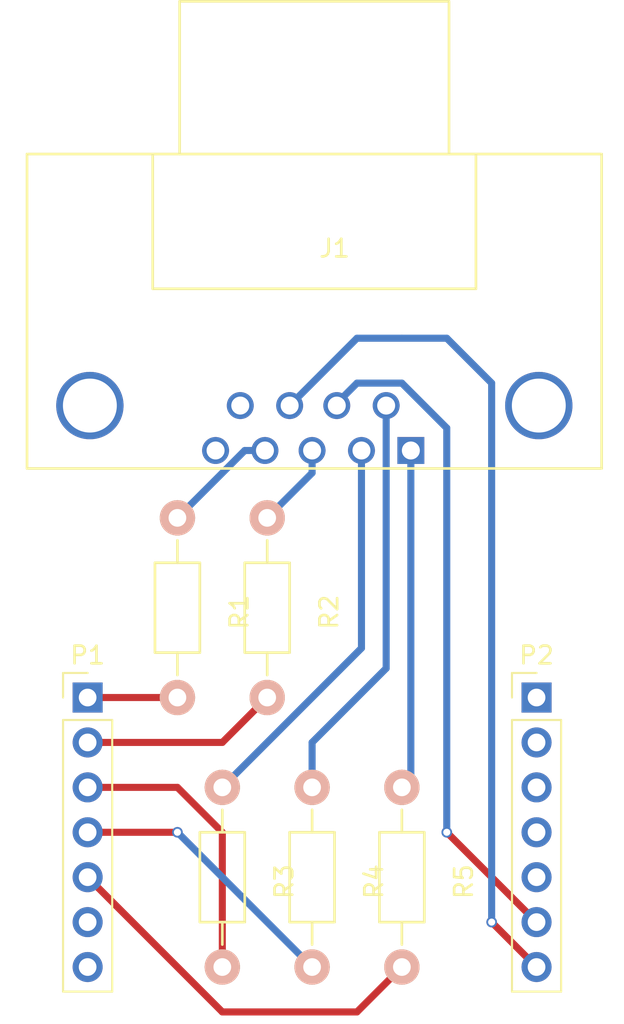
<source format=kicad_pcb>
(kicad_pcb (version 4) (host pcbnew 4.0.4-stable)

  (general
    (links 12)
    (no_connects 0)
    (area 119.426667 64.494999 154.893334 122.845)
    (thickness 1.6)
    (drawings 0)
    (tracks 37)
    (zones 0)
    (modules 8)
    (nets 22)
  )

  (page A4)
  (layers
    (0 F.Cu signal)
    (31 B.Cu signal)
    (32 B.Adhes user)
    (33 F.Adhes user)
    (34 B.Paste user)
    (35 F.Paste user)
    (36 B.SilkS user)
    (37 F.SilkS user)
    (38 B.Mask user)
    (39 F.Mask user)
    (40 Dwgs.User user)
    (41 Cmts.User user)
    (42 Eco1.User user)
    (43 Eco2.User user)
    (44 Edge.Cuts user)
    (45 Margin user)
    (46 B.CrtYd user)
    (47 F.CrtYd user)
    (48 B.Fab user)
    (49 F.Fab user)
  )

  (setup
    (last_trace_width 0.4)
    (trace_clearance 0.2)
    (zone_clearance 0.508)
    (zone_45_only no)
    (trace_min 0.2)
    (segment_width 0.2)
    (edge_width 0.15)
    (via_size 0.6)
    (via_drill 0.4)
    (via_min_size 0.4)
    (via_min_drill 0.3)
    (uvia_size 0.3)
    (uvia_drill 0.1)
    (uvias_allowed no)
    (uvia_min_size 0.2)
    (uvia_min_drill 0.1)
    (pcb_text_width 0.3)
    (pcb_text_size 1.5 1.5)
    (mod_edge_width 0.15)
    (mod_text_size 1 1)
    (mod_text_width 0.15)
    (pad_size 1.524 1.524)
    (pad_drill 0.762)
    (pad_to_mask_clearance 0.2)
    (aux_axis_origin 0 0)
    (visible_elements 7FFFFFFF)
    (pcbplotparams
      (layerselection 0x00030_80000001)
      (usegerberextensions false)
      (excludeedgelayer true)
      (linewidth 0.100000)
      (plotframeref false)
      (viasonmask false)
      (mode 1)
      (useauxorigin false)
      (hpglpennumber 1)
      (hpglpenspeed 20)
      (hpglpendiameter 15)
      (hpglpenoverlay 2)
      (psnegative false)
      (psa4output false)
      (plotreference true)
      (plotvalue true)
      (plotinvisibletext false)
      (padsonsilk false)
      (subtractmaskfromsilk false)
      (outputformat 1)
      (mirror false)
      (drillshape 1)
      (scaleselection 1)
      (outputdirectory ""))
  )

  (net 0 "")
  (net 1 "Net-(J1-Pad1)")
  (net 2 "Net-(J1-Pad2)")
  (net 3 "Net-(J1-Pad3)")
  (net 4 "Net-(J1-Pad4)")
  (net 5 "Net-(J1-Pad5)")
  (net 6 "Net-(J1-Pad9)")
  (net 7 "Net-(J1-Pad8)")
  (net 8 "Net-(J1-Pad7)")
  (net 9 "Net-(J1-Pad6)")
  (net 10 "Net-(P1-Pad1)")
  (net 11 "Net-(P1-Pad2)")
  (net 12 "Net-(P1-Pad3)")
  (net 13 "Net-(P1-Pad4)")
  (net 14 "Net-(P1-Pad5)")
  (net 15 "Net-(P1-Pad6)")
  (net 16 "Net-(P1-Pad7)")
  (net 17 "Net-(P2-Pad1)")
  (net 18 "Net-(P2-Pad2)")
  (net 19 "Net-(P2-Pad3)")
  (net 20 "Net-(P2-Pad4)")
  (net 21 "Net-(P2-Pad5)")

  (net_class Default "Dies ist die voreingestellte Netzklasse."
    (clearance 0.2)
    (trace_width 0.4)
    (via_dia 0.6)
    (via_drill 0.4)
    (uvia_dia 0.3)
    (uvia_drill 0.1)
    (add_net "Net-(J1-Pad1)")
    (add_net "Net-(J1-Pad2)")
    (add_net "Net-(J1-Pad3)")
    (add_net "Net-(J1-Pad4)")
    (add_net "Net-(J1-Pad5)")
    (add_net "Net-(J1-Pad6)")
    (add_net "Net-(J1-Pad7)")
    (add_net "Net-(J1-Pad8)")
    (add_net "Net-(J1-Pad9)")
    (add_net "Net-(P1-Pad1)")
    (add_net "Net-(P1-Pad2)")
    (add_net "Net-(P1-Pad3)")
    (add_net "Net-(P1-Pad4)")
    (add_net "Net-(P1-Pad5)")
    (add_net "Net-(P1-Pad6)")
    (add_net "Net-(P1-Pad7)")
    (add_net "Net-(P2-Pad1)")
    (add_net "Net-(P2-Pad2)")
    (add_net "Net-(P2-Pad3)")
    (add_net "Net-(P2-Pad4)")
    (add_net "Net-(P2-Pad5)")
  )

  (module Connectors:DB9MC (layer F.Cu) (tedit 0) (tstamp 5884C85C)
    (at 137.16 88.9)
    (descr "Connecteur DB9 male couche")
    (tags "CONN DB9")
    (path /58839E87)
    (fp_text reference J1 (at 1.27 -10.16) (layer F.SilkS)
      (effects (font (size 1 1) (thickness 0.15)))
    )
    (fp_text value DB9 (at 1.27 -3.81) (layer F.Fab)
      (effects (font (size 1 1) (thickness 0.15)))
    )
    (fp_line (start -16.129 2.286) (end 16.383 2.286) (layer F.SilkS) (width 0.15))
    (fp_line (start 16.383 2.286) (end 16.383 -15.494) (layer F.SilkS) (width 0.15))
    (fp_line (start 16.383 -15.494) (end -16.129 -15.494) (layer F.SilkS) (width 0.15))
    (fp_line (start -16.129 -15.494) (end -16.129 2.286) (layer F.SilkS) (width 0.15))
    (fp_line (start -9.017 -15.494) (end -9.017 -7.874) (layer F.SilkS) (width 0.15))
    (fp_line (start -9.017 -7.874) (end 9.271 -7.874) (layer F.SilkS) (width 0.15))
    (fp_line (start 9.271 -7.874) (end 9.271 -15.494) (layer F.SilkS) (width 0.15))
    (fp_line (start -7.493 -15.494) (end -7.493 -24.13) (layer F.SilkS) (width 0.15))
    (fp_line (start -7.493 -24.13) (end 7.747 -24.13) (layer F.SilkS) (width 0.15))
    (fp_line (start 7.747 -24.13) (end 7.747 -15.494) (layer F.SilkS) (width 0.15))
    (pad "" thru_hole circle (at 12.827 -1.27) (size 3.81 3.81) (drill 3.048) (layers *.Cu *.Mask))
    (pad "" thru_hole circle (at -12.573 -1.27) (size 3.81 3.81) (drill 3.048) (layers *.Cu *.Mask))
    (pad 1 thru_hole rect (at 5.588 1.27) (size 1.524 1.524) (drill 1.016) (layers *.Cu *.Mask)
      (net 1 "Net-(J1-Pad1)"))
    (pad 2 thru_hole circle (at 2.794 1.27) (size 1.524 1.524) (drill 1.016) (layers *.Cu *.Mask)
      (net 2 "Net-(J1-Pad2)"))
    (pad 3 thru_hole circle (at 0 1.27) (size 1.524 1.524) (drill 1.016) (layers *.Cu *.Mask)
      (net 3 "Net-(J1-Pad3)"))
    (pad 4 thru_hole circle (at -2.667 1.27) (size 1.524 1.524) (drill 1.016) (layers *.Cu *.Mask)
      (net 4 "Net-(J1-Pad4)"))
    (pad 5 thru_hole circle (at -5.461 1.27) (size 1.524 1.524) (drill 1.016) (layers *.Cu *.Mask)
      (net 5 "Net-(J1-Pad5)"))
    (pad 9 thru_hole circle (at -4.064 -1.27) (size 1.524 1.524) (drill 1.016) (layers *.Cu *.Mask)
      (net 6 "Net-(J1-Pad9)"))
    (pad 8 thru_hole circle (at -1.27 -1.27) (size 1.524 1.524) (drill 1.016) (layers *.Cu *.Mask)
      (net 7 "Net-(J1-Pad8)"))
    (pad 7 thru_hole circle (at 1.397 -1.27) (size 1.524 1.524) (drill 1.016) (layers *.Cu *.Mask)
      (net 8 "Net-(J1-Pad7)"))
    (pad 6 thru_hole circle (at 4.191 -1.27) (size 1.524 1.524) (drill 1.016) (layers *.Cu *.Mask)
      (net 9 "Net-(J1-Pad6)"))
    (model Connect.3dshapes/DB9MC.wrl
      (at (xyz 0 0 0))
      (scale (xyz 1 1 1))
      (rotate (xyz 0 0 0))
    )
  )

  (module Pin_Headers:Pin_Header_Straight_1x07_Pitch2.54mm (layer F.Cu) (tedit 5862ED52) (tstamp 5884C875)
    (at 124.46 104.14)
    (descr "Through hole straight pin header, 1x07, 2.54mm pitch, single row")
    (tags "Through hole pin header THT 1x07 2.54mm single row")
    (path /5883A130)
    (fp_text reference P1 (at 0 -2.39) (layer F.SilkS)
      (effects (font (size 1 1) (thickness 0.15)))
    )
    (fp_text value CONN_01X07 (at 0 17.63) (layer F.Fab)
      (effects (font (size 1 1) (thickness 0.15)))
    )
    (fp_line (start -1.27 -1.27) (end -1.27 16.51) (layer F.Fab) (width 0.1))
    (fp_line (start -1.27 16.51) (end 1.27 16.51) (layer F.Fab) (width 0.1))
    (fp_line (start 1.27 16.51) (end 1.27 -1.27) (layer F.Fab) (width 0.1))
    (fp_line (start 1.27 -1.27) (end -1.27 -1.27) (layer F.Fab) (width 0.1))
    (fp_line (start -1.39 1.27) (end -1.39 16.63) (layer F.SilkS) (width 0.12))
    (fp_line (start -1.39 16.63) (end 1.39 16.63) (layer F.SilkS) (width 0.12))
    (fp_line (start 1.39 16.63) (end 1.39 1.27) (layer F.SilkS) (width 0.12))
    (fp_line (start 1.39 1.27) (end -1.39 1.27) (layer F.SilkS) (width 0.12))
    (fp_line (start -1.39 0) (end -1.39 -1.39) (layer F.SilkS) (width 0.12))
    (fp_line (start -1.39 -1.39) (end 0 -1.39) (layer F.SilkS) (width 0.12))
    (fp_line (start -1.6 -1.6) (end -1.6 16.8) (layer F.CrtYd) (width 0.05))
    (fp_line (start -1.6 16.8) (end 1.6 16.8) (layer F.CrtYd) (width 0.05))
    (fp_line (start 1.6 16.8) (end 1.6 -1.6) (layer F.CrtYd) (width 0.05))
    (fp_line (start 1.6 -1.6) (end -1.6 -1.6) (layer F.CrtYd) (width 0.05))
    (pad 1 thru_hole rect (at 0 0) (size 1.7 1.7) (drill 1) (layers *.Cu *.Mask)
      (net 10 "Net-(P1-Pad1)"))
    (pad 2 thru_hole oval (at 0 2.54) (size 1.7 1.7) (drill 1) (layers *.Cu *.Mask)
      (net 11 "Net-(P1-Pad2)"))
    (pad 3 thru_hole oval (at 0 5.08) (size 1.7 1.7) (drill 1) (layers *.Cu *.Mask)
      (net 12 "Net-(P1-Pad3)"))
    (pad 4 thru_hole oval (at 0 7.62) (size 1.7 1.7) (drill 1) (layers *.Cu *.Mask)
      (net 13 "Net-(P1-Pad4)"))
    (pad 5 thru_hole oval (at 0 10.16) (size 1.7 1.7) (drill 1) (layers *.Cu *.Mask)
      (net 14 "Net-(P1-Pad5)"))
    (pad 6 thru_hole oval (at 0 12.7) (size 1.7 1.7) (drill 1) (layers *.Cu *.Mask)
      (net 15 "Net-(P1-Pad6)"))
    (pad 7 thru_hole oval (at 0 15.24) (size 1.7 1.7) (drill 1) (layers *.Cu *.Mask)
      (net 16 "Net-(P1-Pad7)"))
    (model Pin_Headers.3dshapes/Pin_Header_Straight_1x07_Pitch2.54mm.wrl
      (at (xyz 0 -0.3 0))
      (scale (xyz 1 1 1))
      (rotate (xyz 0 0 90))
    )
  )

  (module Pin_Headers:Pin_Header_Straight_1x07_Pitch2.54mm (layer F.Cu) (tedit 5862ED52) (tstamp 5884C88E)
    (at 149.86 104.14)
    (descr "Through hole straight pin header, 1x07, 2.54mm pitch, single row")
    (tags "Through hole pin header THT 1x07 2.54mm single row")
    (path /5883A0EA)
    (fp_text reference P2 (at 0 -2.39) (layer F.SilkS)
      (effects (font (size 1 1) (thickness 0.15)))
    )
    (fp_text value CONN_01X07 (at 0 17.63) (layer F.Fab)
      (effects (font (size 1 1) (thickness 0.15)))
    )
    (fp_line (start -1.27 -1.27) (end -1.27 16.51) (layer F.Fab) (width 0.1))
    (fp_line (start -1.27 16.51) (end 1.27 16.51) (layer F.Fab) (width 0.1))
    (fp_line (start 1.27 16.51) (end 1.27 -1.27) (layer F.Fab) (width 0.1))
    (fp_line (start 1.27 -1.27) (end -1.27 -1.27) (layer F.Fab) (width 0.1))
    (fp_line (start -1.39 1.27) (end -1.39 16.63) (layer F.SilkS) (width 0.12))
    (fp_line (start -1.39 16.63) (end 1.39 16.63) (layer F.SilkS) (width 0.12))
    (fp_line (start 1.39 16.63) (end 1.39 1.27) (layer F.SilkS) (width 0.12))
    (fp_line (start 1.39 1.27) (end -1.39 1.27) (layer F.SilkS) (width 0.12))
    (fp_line (start -1.39 0) (end -1.39 -1.39) (layer F.SilkS) (width 0.12))
    (fp_line (start -1.39 -1.39) (end 0 -1.39) (layer F.SilkS) (width 0.12))
    (fp_line (start -1.6 -1.6) (end -1.6 16.8) (layer F.CrtYd) (width 0.05))
    (fp_line (start -1.6 16.8) (end 1.6 16.8) (layer F.CrtYd) (width 0.05))
    (fp_line (start 1.6 16.8) (end 1.6 -1.6) (layer F.CrtYd) (width 0.05))
    (fp_line (start 1.6 -1.6) (end -1.6 -1.6) (layer F.CrtYd) (width 0.05))
    (pad 1 thru_hole rect (at 0 0) (size 1.7 1.7) (drill 1) (layers *.Cu *.Mask)
      (net 17 "Net-(P2-Pad1)"))
    (pad 2 thru_hole oval (at 0 2.54) (size 1.7 1.7) (drill 1) (layers *.Cu *.Mask)
      (net 18 "Net-(P2-Pad2)"))
    (pad 3 thru_hole oval (at 0 5.08) (size 1.7 1.7) (drill 1) (layers *.Cu *.Mask)
      (net 19 "Net-(P2-Pad3)"))
    (pad 4 thru_hole oval (at 0 7.62) (size 1.7 1.7) (drill 1) (layers *.Cu *.Mask)
      (net 20 "Net-(P2-Pad4)"))
    (pad 5 thru_hole oval (at 0 10.16) (size 1.7 1.7) (drill 1) (layers *.Cu *.Mask)
      (net 21 "Net-(P2-Pad5)"))
    (pad 6 thru_hole oval (at 0 12.7) (size 1.7 1.7) (drill 1) (layers *.Cu *.Mask)
      (net 8 "Net-(J1-Pad7)"))
    (pad 7 thru_hole oval (at 0 15.24) (size 1.7 1.7) (drill 1) (layers *.Cu *.Mask)
      (net 7 "Net-(J1-Pad8)"))
    (model Pin_Headers.3dshapes/Pin_Header_Straight_1x07_Pitch2.54mm.wrl
      (at (xyz 0 -0.3 0))
      (scale (xyz 1 1 1))
      (rotate (xyz 0 0 90))
    )
  )

  (module Resistors_THT:Resistor_Horizontal_RM10mm (layer F.Cu) (tedit 56648415) (tstamp 5884C89E)
    (at 129.54 93.98 270)
    (descr "Resistor, Axial,  RM 10mm, 1/3W")
    (tags "Resistor Axial RM 10mm 1/3W")
    (path /58839CD9)
    (fp_text reference R1 (at 5.32892 -3.50012 270) (layer F.SilkS)
      (effects (font (size 1 1) (thickness 0.15)))
    )
    (fp_text value R (at 5.08 3.81 270) (layer F.Fab)
      (effects (font (size 1 1) (thickness 0.15)))
    )
    (fp_line (start -1.25 -1.5) (end 11.4 -1.5) (layer F.CrtYd) (width 0.05))
    (fp_line (start -1.25 1.5) (end -1.25 -1.5) (layer F.CrtYd) (width 0.05))
    (fp_line (start 11.4 -1.5) (end 11.4 1.5) (layer F.CrtYd) (width 0.05))
    (fp_line (start -1.25 1.5) (end 11.4 1.5) (layer F.CrtYd) (width 0.05))
    (fp_line (start 2.54 -1.27) (end 7.62 -1.27) (layer F.SilkS) (width 0.15))
    (fp_line (start 7.62 -1.27) (end 7.62 1.27) (layer F.SilkS) (width 0.15))
    (fp_line (start 7.62 1.27) (end 2.54 1.27) (layer F.SilkS) (width 0.15))
    (fp_line (start 2.54 1.27) (end 2.54 -1.27) (layer F.SilkS) (width 0.15))
    (fp_line (start 2.54 0) (end 1.27 0) (layer F.SilkS) (width 0.15))
    (fp_line (start 7.62 0) (end 8.89 0) (layer F.SilkS) (width 0.15))
    (pad 1 thru_hole circle (at 0 0 270) (size 1.99898 1.99898) (drill 1.00076) (layers *.Cu *.SilkS *.Mask)
      (net 4 "Net-(J1-Pad4)"))
    (pad 2 thru_hole circle (at 10.16 0 270) (size 1.99898 1.99898) (drill 1.00076) (layers *.Cu *.SilkS *.Mask)
      (net 10 "Net-(P1-Pad1)"))
    (model Resistors_ThroughHole.3dshapes/Resistor_Horizontal_RM10mm.wrl
      (at (xyz 0.2 0 0))
      (scale (xyz 0.4 0.4 0.4))
      (rotate (xyz 0 0 0))
    )
  )

  (module Resistors_THT:Resistor_Horizontal_RM10mm (layer F.Cu) (tedit 56648415) (tstamp 5884C8AE)
    (at 134.62 93.98 270)
    (descr "Resistor, Axial,  RM 10mm, 1/3W")
    (tags "Resistor Axial RM 10mm 1/3W")
    (path /58839D0A)
    (fp_text reference R2 (at 5.32892 -3.50012 270) (layer F.SilkS)
      (effects (font (size 1 1) (thickness 0.15)))
    )
    (fp_text value R (at 5.08 3.81 270) (layer F.Fab)
      (effects (font (size 1 1) (thickness 0.15)))
    )
    (fp_line (start -1.25 -1.5) (end 11.4 -1.5) (layer F.CrtYd) (width 0.05))
    (fp_line (start -1.25 1.5) (end -1.25 -1.5) (layer F.CrtYd) (width 0.05))
    (fp_line (start 11.4 -1.5) (end 11.4 1.5) (layer F.CrtYd) (width 0.05))
    (fp_line (start -1.25 1.5) (end 11.4 1.5) (layer F.CrtYd) (width 0.05))
    (fp_line (start 2.54 -1.27) (end 7.62 -1.27) (layer F.SilkS) (width 0.15))
    (fp_line (start 7.62 -1.27) (end 7.62 1.27) (layer F.SilkS) (width 0.15))
    (fp_line (start 7.62 1.27) (end 2.54 1.27) (layer F.SilkS) (width 0.15))
    (fp_line (start 2.54 1.27) (end 2.54 -1.27) (layer F.SilkS) (width 0.15))
    (fp_line (start 2.54 0) (end 1.27 0) (layer F.SilkS) (width 0.15))
    (fp_line (start 7.62 0) (end 8.89 0) (layer F.SilkS) (width 0.15))
    (pad 1 thru_hole circle (at 0 0 270) (size 1.99898 1.99898) (drill 1.00076) (layers *.Cu *.SilkS *.Mask)
      (net 3 "Net-(J1-Pad3)"))
    (pad 2 thru_hole circle (at 10.16 0 270) (size 1.99898 1.99898) (drill 1.00076) (layers *.Cu *.SilkS *.Mask)
      (net 11 "Net-(P1-Pad2)"))
    (model Resistors_ThroughHole.3dshapes/Resistor_Horizontal_RM10mm.wrl
      (at (xyz 0.2 0 0))
      (scale (xyz 0.4 0.4 0.4))
      (rotate (xyz 0 0 0))
    )
  )

  (module Resistors_THT:Resistor_Horizontal_RM10mm (layer F.Cu) (tedit 56648415) (tstamp 5884C8BE)
    (at 132.08 109.22 270)
    (descr "Resistor, Axial,  RM 10mm, 1/3W")
    (tags "Resistor Axial RM 10mm 1/3W")
    (path /58839D28)
    (fp_text reference R3 (at 5.32892 -3.50012 270) (layer F.SilkS)
      (effects (font (size 1 1) (thickness 0.15)))
    )
    (fp_text value R (at 5.08 3.81 270) (layer F.Fab)
      (effects (font (size 1 1) (thickness 0.15)))
    )
    (fp_line (start -1.25 -1.5) (end 11.4 -1.5) (layer F.CrtYd) (width 0.05))
    (fp_line (start -1.25 1.5) (end -1.25 -1.5) (layer F.CrtYd) (width 0.05))
    (fp_line (start 11.4 -1.5) (end 11.4 1.5) (layer F.CrtYd) (width 0.05))
    (fp_line (start -1.25 1.5) (end 11.4 1.5) (layer F.CrtYd) (width 0.05))
    (fp_line (start 2.54 -1.27) (end 7.62 -1.27) (layer F.SilkS) (width 0.15))
    (fp_line (start 7.62 -1.27) (end 7.62 1.27) (layer F.SilkS) (width 0.15))
    (fp_line (start 7.62 1.27) (end 2.54 1.27) (layer F.SilkS) (width 0.15))
    (fp_line (start 2.54 1.27) (end 2.54 -1.27) (layer F.SilkS) (width 0.15))
    (fp_line (start 2.54 0) (end 1.27 0) (layer F.SilkS) (width 0.15))
    (fp_line (start 7.62 0) (end 8.89 0) (layer F.SilkS) (width 0.15))
    (pad 1 thru_hole circle (at 0 0 270) (size 1.99898 1.99898) (drill 1.00076) (layers *.Cu *.SilkS *.Mask)
      (net 2 "Net-(J1-Pad2)"))
    (pad 2 thru_hole circle (at 10.16 0 270) (size 1.99898 1.99898) (drill 1.00076) (layers *.Cu *.SilkS *.Mask)
      (net 12 "Net-(P1-Pad3)"))
    (model Resistors_ThroughHole.3dshapes/Resistor_Horizontal_RM10mm.wrl
      (at (xyz 0.2 0 0))
      (scale (xyz 0.4 0.4 0.4))
      (rotate (xyz 0 0 0))
    )
  )

  (module Resistors_THT:Resistor_Horizontal_RM10mm (layer F.Cu) (tedit 56648415) (tstamp 5884C8CE)
    (at 137.16 109.22 270)
    (descr "Resistor, Axial,  RM 10mm, 1/3W")
    (tags "Resistor Axial RM 10mm 1/3W")
    (path /58839D47)
    (fp_text reference R4 (at 5.32892 -3.50012 270) (layer F.SilkS)
      (effects (font (size 1 1) (thickness 0.15)))
    )
    (fp_text value R (at 5.08 3.81 270) (layer F.Fab)
      (effects (font (size 1 1) (thickness 0.15)))
    )
    (fp_line (start -1.25 -1.5) (end 11.4 -1.5) (layer F.CrtYd) (width 0.05))
    (fp_line (start -1.25 1.5) (end -1.25 -1.5) (layer F.CrtYd) (width 0.05))
    (fp_line (start 11.4 -1.5) (end 11.4 1.5) (layer F.CrtYd) (width 0.05))
    (fp_line (start -1.25 1.5) (end 11.4 1.5) (layer F.CrtYd) (width 0.05))
    (fp_line (start 2.54 -1.27) (end 7.62 -1.27) (layer F.SilkS) (width 0.15))
    (fp_line (start 7.62 -1.27) (end 7.62 1.27) (layer F.SilkS) (width 0.15))
    (fp_line (start 7.62 1.27) (end 2.54 1.27) (layer F.SilkS) (width 0.15))
    (fp_line (start 2.54 1.27) (end 2.54 -1.27) (layer F.SilkS) (width 0.15))
    (fp_line (start 2.54 0) (end 1.27 0) (layer F.SilkS) (width 0.15))
    (fp_line (start 7.62 0) (end 8.89 0) (layer F.SilkS) (width 0.15))
    (pad 1 thru_hole circle (at 0 0 270) (size 1.99898 1.99898) (drill 1.00076) (layers *.Cu *.SilkS *.Mask)
      (net 9 "Net-(J1-Pad6)"))
    (pad 2 thru_hole circle (at 10.16 0 270) (size 1.99898 1.99898) (drill 1.00076) (layers *.Cu *.SilkS *.Mask)
      (net 13 "Net-(P1-Pad4)"))
    (model Resistors_ThroughHole.3dshapes/Resistor_Horizontal_RM10mm.wrl
      (at (xyz 0.2 0 0))
      (scale (xyz 0.4 0.4 0.4))
      (rotate (xyz 0 0 0))
    )
  )

  (module Resistors_THT:Resistor_Horizontal_RM10mm (layer F.Cu) (tedit 56648415) (tstamp 5884C8DE)
    (at 142.24 109.22 270)
    (descr "Resistor, Axial,  RM 10mm, 1/3W")
    (tags "Resistor Axial RM 10mm 1/3W")
    (path /58839D6D)
    (fp_text reference R5 (at 5.32892 -3.50012 270) (layer F.SilkS)
      (effects (font (size 1 1) (thickness 0.15)))
    )
    (fp_text value R (at 5.08 3.81 270) (layer F.Fab)
      (effects (font (size 1 1) (thickness 0.15)))
    )
    (fp_line (start -1.25 -1.5) (end 11.4 -1.5) (layer F.CrtYd) (width 0.05))
    (fp_line (start -1.25 1.5) (end -1.25 -1.5) (layer F.CrtYd) (width 0.05))
    (fp_line (start 11.4 -1.5) (end 11.4 1.5) (layer F.CrtYd) (width 0.05))
    (fp_line (start -1.25 1.5) (end 11.4 1.5) (layer F.CrtYd) (width 0.05))
    (fp_line (start 2.54 -1.27) (end 7.62 -1.27) (layer F.SilkS) (width 0.15))
    (fp_line (start 7.62 -1.27) (end 7.62 1.27) (layer F.SilkS) (width 0.15))
    (fp_line (start 7.62 1.27) (end 2.54 1.27) (layer F.SilkS) (width 0.15))
    (fp_line (start 2.54 1.27) (end 2.54 -1.27) (layer F.SilkS) (width 0.15))
    (fp_line (start 2.54 0) (end 1.27 0) (layer F.SilkS) (width 0.15))
    (fp_line (start 7.62 0) (end 8.89 0) (layer F.SilkS) (width 0.15))
    (pad 1 thru_hole circle (at 0 0 270) (size 1.99898 1.99898) (drill 1.00076) (layers *.Cu *.SilkS *.Mask)
      (net 1 "Net-(J1-Pad1)"))
    (pad 2 thru_hole circle (at 10.16 0 270) (size 1.99898 1.99898) (drill 1.00076) (layers *.Cu *.SilkS *.Mask)
      (net 14 "Net-(P1-Pad5)"))
    (model Resistors_ThroughHole.3dshapes/Resistor_Horizontal_RM10mm.wrl
      (at (xyz 0.2 0 0))
      (scale (xyz 0.4 0.4 0.4))
      (rotate (xyz 0 0 0))
    )
  )

  (segment (start 142.748 90.17) (end 142.748 108.712) (width 0.4) (layer B.Cu) (net 1) (status C00000))
  (segment (start 142.748 108.712) (end 142.24 109.22) (width 0.4) (layer B.Cu) (net 1) (tstamp 5884CC58) (status C00000))
  (segment (start 139.954 90.17) (end 139.954 101.346) (width 0.4) (layer B.Cu) (net 2) (status 400000))
  (segment (start 139.954 101.346) (end 132.08 109.22) (width 0.4) (layer B.Cu) (net 2) (tstamp 5884CC65) (status 800000))
  (segment (start 137.16 90.17) (end 137.16 91.44) (width 0.4) (layer B.Cu) (net 3) (status 400000))
  (segment (start 137.16 91.44) (end 134.62 93.98) (width 0.4) (layer B.Cu) (net 3) (tstamp 5884CC5D) (status 800000))
  (segment (start 134.493 90.17) (end 133.35 90.17) (width 0.4) (layer B.Cu) (net 4) (status 400000))
  (segment (start 133.35 90.17) (end 129.54 93.98) (width 0.4) (layer B.Cu) (net 4) (tstamp 5884CC60) (status 800000))
  (segment (start 135.89 87.63) (end 139.7 83.82) (width 0.4) (layer B.Cu) (net 7) (status 400000))
  (segment (start 147.32 116.84) (end 149.86 119.38) (width 0.4) (layer F.Cu) (net 7) (tstamp 5884CC4B) (status 800000))
  (via (at 147.32 116.84) (size 0.6) (drill 0.4) (layers F.Cu B.Cu) (net 7))
  (segment (start 147.32 86.36) (end 147.32 116.84) (width 0.4) (layer B.Cu) (net 7) (tstamp 5884CC48))
  (segment (start 144.78 83.82) (end 147.32 86.36) (width 0.4) (layer B.Cu) (net 7) (tstamp 5884CC47))
  (segment (start 142.24 83.82) (end 144.78 83.82) (width 0.4) (layer B.Cu) (net 7) (tstamp 5884CC46))
  (segment (start 139.7 83.82) (end 142.24 83.82) (width 0.4) (layer B.Cu) (net 7) (tstamp 5884CC45))
  (segment (start 138.557 87.63) (end 138.557 87.503) (width 0.4) (layer B.Cu) (net 8) (status C00000))
  (segment (start 138.557 87.503) (end 139.7 86.36) (width 0.4) (layer B.Cu) (net 8) (tstamp 5884CC4E) (status 400000))
  (segment (start 139.7 86.36) (end 142.24 86.36) (width 0.4) (layer B.Cu) (net 8) (tstamp 5884CC4F))
  (segment (start 142.24 86.36) (end 144.78 88.9) (width 0.4) (layer B.Cu) (net 8) (tstamp 5884CC50))
  (segment (start 144.78 88.9) (end 144.78 111.76) (width 0.4) (layer B.Cu) (net 8) (tstamp 5884CC52))
  (via (at 144.78 111.76) (size 0.6) (drill 0.4) (layers F.Cu B.Cu) (net 8))
  (segment (start 144.78 111.76) (end 149.86 116.84) (width 0.4) (layer F.Cu) (net 8) (tstamp 5884CC55) (status 800000))
  (segment (start 137.16 109.22) (end 137.16 106.68) (width 0.4) (layer B.Cu) (net 9) (status 400000))
  (segment (start 141.351 102.489) (end 141.351 87.63) (width 0.4) (layer B.Cu) (net 9) (tstamp 5884CC6B) (status 800000))
  (segment (start 137.16 106.68) (end 141.351 102.489) (width 0.4) (layer B.Cu) (net 9) (tstamp 5884CC69))
  (segment (start 129.54 104.14) (end 124.46 104.14) (width 0.4) (layer F.Cu) (net 10) (status C00000))
  (segment (start 134.62 104.14) (end 132.08 106.68) (width 0.4) (layer F.Cu) (net 11) (status 400000))
  (segment (start 132.08 106.68) (end 124.46 106.68) (width 0.4) (layer F.Cu) (net 11) (tstamp 5884CC76) (status 800000))
  (segment (start 132.08 119.38) (end 132.08 111.76) (width 0.4) (layer F.Cu) (net 12) (status 400000))
  (segment (start 129.54 109.22) (end 124.46 109.22) (width 0.4) (layer F.Cu) (net 12) (tstamp 5884CC7C) (status 800000))
  (segment (start 132.08 111.76) (end 129.54 109.22) (width 0.4) (layer F.Cu) (net 12) (tstamp 5884CC7B))
  (segment (start 137.16 119.38) (end 129.54 111.76) (width 0.4) (layer B.Cu) (net 13) (status 400000))
  (segment (start 129.54 111.76) (end 124.46 111.76) (width 0.4) (layer F.Cu) (net 13) (tstamp 5884CC81) (status 800000))
  (via (at 129.54 111.76) (size 0.6) (drill 0.4) (layers F.Cu B.Cu) (net 13))
  (segment (start 142.24 119.38) (end 139.7 121.92) (width 0.4) (layer F.Cu) (net 14) (status 400000))
  (segment (start 132.08 121.92) (end 124.46 114.3) (width 0.4) (layer F.Cu) (net 14) (tstamp 5884CC8C) (status 800000))
  (segment (start 139.7 121.92) (end 132.08 121.92) (width 0.4) (layer F.Cu) (net 14) (tstamp 5884CC8B))

)

</source>
